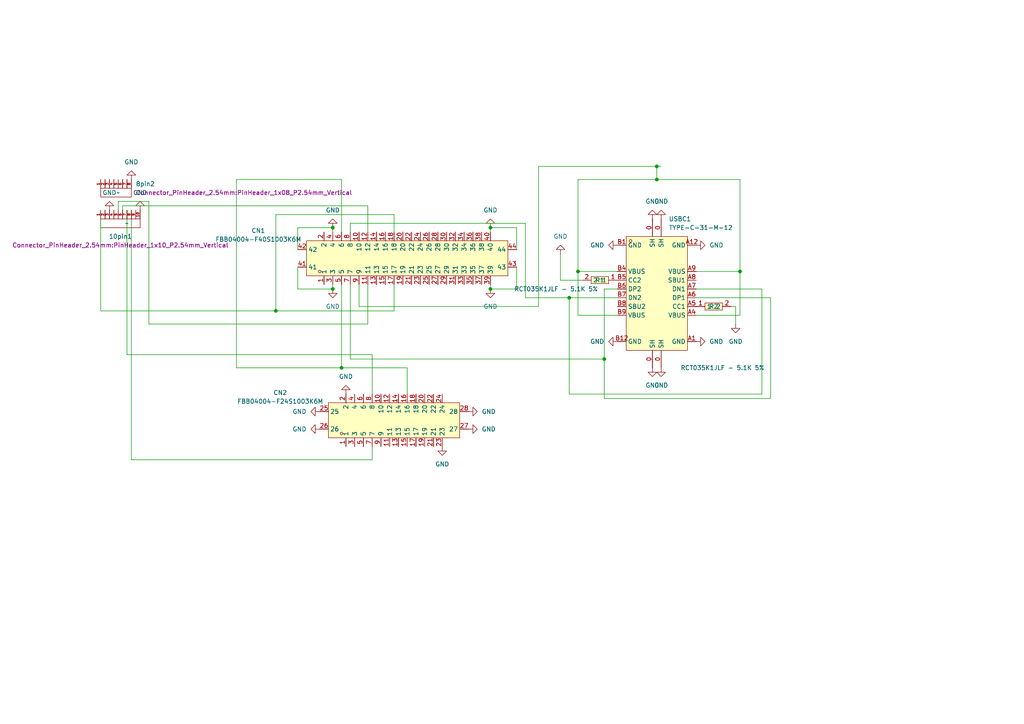
<source format=kicad_sch>
(kicad_sch (version 20230121) (generator eeschema)
  (paper "A4")
  (lib_symbols
    (symbol "MySTuff:10_pin_2.54_header"
      (property "Reference" "10pin" (at 0 0 0))
      (property "Footprint" "Connector_PinHeader_2.54mm:PinHeader_1x10_P2.54mm_Vertical" (at 2.54 -7.62 0))
      (symbol "10_pin_2.54_header_0_1"
        (rectangle (start -5.08 1.27) (end 6.35 -1.27))
      )
      (symbol "10_pin_2.54_header_1_1"
        (pin bidirectional line (at -5.08 3.81 270) (length 2.54) (name "") (number "1"))
        (pin bidirectional line (at 6.35 3.81 270) (length 2.54) (name "") (number "10"))
        (pin bidirectional line (at -3.81 3.81 270) (length 2.54) (name "") (number "2"))
        (pin bidirectional line (at -2.54 3.81 270) (length 2.54) (name "") (number "3"))
        (pin bidirectional line (at -1.27 3.81 270) (length 2.54) (name "") (number "4"))
        (pin bidirectional line (at 0 3.81 270) (length 2.54) (name "") (number "5"))
        (pin bidirectional line (at 1.27 3.81 270) (length 2.54) (name "") (number "6"))
        (pin bidirectional line (at 2.54 3.81 270) (length 2.54) (name "") (number "7"))
        (pin bidirectional line (at 3.81 3.81 270) (length 2.54) (name "") (number "8"))
        (pin bidirectional line (at 5.08 3.81 270) (length 2.54) (name "") (number "9"))
      )
    )
    (symbol "MySTuff:8_pin_2.54_header"
      (property "Reference" "8pin" (at 0 0 0))
      (property "Footprint" "Connector_PinHeader_2.54mm:PinHeader_1x08_P2.54mm_Vertical" (at 0 0 0))
      (symbol "8_pin_2.54_header_0_1"
        (rectangle (start -5.08 1.27) (end 3.81 -1.27))
      )
      (symbol "8_pin_2.54_header_1_1"
        (pin bidirectional line (at -5.08 3.81 270) (length 2.54) (name "") (number "1"))
        (pin bidirectional line (at -3.81 3.81 270) (length 2.54) (name "") (number "2"))
        (pin bidirectional line (at -2.54 3.81 270) (length 2.54) (name "") (number "3"))
        (pin bidirectional line (at -1.27 3.81 270) (length 2.54) (name "") (number "4"))
        (pin bidirectional line (at 0 3.81 270) (length 2.54) (name "") (number "5"))
        (pin bidirectional line (at 1.27 3.81 270) (length 2.54) (name "") (number "6"))
        (pin bidirectional line (at 2.54 3.81 270) (length 2.54) (name "") (number "7"))
        (pin bidirectional line (at 3.81 3.81 270) (length 2.54) (name "") (number "8"))
      )
    )
    (symbol "easyeda2kicad:FBB04004-F24S1003K6M"
      (property "Reference" "CN" (at 0 27.94 0))
      (property "Value" "FBB04004-F24S1003K6M" (at 0 -25.4 0))
      (symbol "FBB04004-F24S1003K6M_0_1"
        (rectangle (start -5.08 20.32) (end 5.08 -17.78) (fill (type background)))
        (circle (center -3.81 16.51) (radius 0.38))
        (pin unspecified line (at -7.62 15.24 0) (length 2.54) (name "1") (number "1"))
        (pin unspecified line (at 7.62 5.08 180) (length 2.54) (name "10") (number "10"))
        (pin unspecified line (at -7.62 2.54 0) (length 2.54) (name "11") (number "11"))
        (pin unspecified line (at 7.62 2.54 180) (length 2.54) (name "12") (number "12"))
        (pin unspecified line (at -7.62 0 0) (length 2.54) (name "13") (number "13"))
        (pin unspecified line (at 7.62 0 180) (length 2.54) (name "14") (number "14"))
        (pin unspecified line (at -7.62 -2.54 0) (length 2.54) (name "15") (number "15"))
        (pin unspecified line (at 7.62 -2.54 180) (length 2.54) (name "16") (number "16"))
        (pin unspecified line (at -7.62 -5.08 0) (length 2.54) (name "17") (number "17"))
        (pin unspecified line (at 7.62 -5.08 180) (length 2.54) (name "18") (number "18"))
        (pin unspecified line (at -7.62 -7.62 0) (length 2.54) (name "19") (number "19"))
        (pin unspecified line (at 7.62 15.24 180) (length 2.54) (name "2") (number "2"))
        (pin unspecified line (at 7.62 -7.62 180) (length 2.54) (name "20") (number "20"))
        (pin unspecified line (at -7.62 -10.16 0) (length 2.54) (name "21") (number "21"))
        (pin unspecified line (at 7.62 -10.16 180) (length 2.54) (name "22") (number "22"))
        (pin unspecified line (at -7.62 -12.7 0) (length 2.54) (name "23") (number "23"))
        (pin unspecified line (at 7.62 -12.7 180) (length 2.54) (name "24") (number "24"))
        (pin unspecified line (at 2.54 22.86 270) (length 2.54) (name "25") (number "25"))
        (pin unspecified line (at -2.54 22.86 270) (length 2.54) (name "26") (number "26"))
        (pin unspecified line (at -2.54 -20.32 90) (length 2.54) (name "27") (number "27"))
        (pin unspecified line (at 2.54 -20.32 90) (length 2.54) (name "28") (number "28"))
        (pin unspecified line (at -7.62 12.7 0) (length 2.54) (name "3") (number "3"))
        (pin unspecified line (at 7.62 12.7 180) (length 2.54) (name "4") (number "4"))
        (pin unspecified line (at -7.62 10.16 0) (length 2.54) (name "5") (number "5"))
        (pin unspecified line (at 7.62 10.16 180) (length 2.54) (name "6") (number "6"))
        (pin unspecified line (at -7.62 7.62 0) (length 2.54) (name "7") (number "7"))
        (pin unspecified line (at 7.62 7.62 180) (length 2.54) (name "8") (number "8"))
        (pin unspecified line (at -7.62 5.08 0) (length 2.54) (name "9") (number "9"))
      )
    )
    (symbol "easyeda2kicad:FBB04004-F40S1003K6M"
      (property "Reference" "CN" (at 0 38.1 0))
      (property "Value" "FBB04004-F40S1003K6M" (at 0 -35.56 0))
      (symbol "FBB04004-F40S1003K6M_0_1"
        (rectangle (start -5.08 30.48) (end 5.08 -27.94) (fill (type background)))
        (circle (center -3.81 26.67) (radius 0.38))
        (pin unspecified line (at -7.62 25.4 0) (length 2.54) (name "1") (number "1"))
        (pin unspecified line (at 7.62 15.24 180) (length 2.54) (name "10") (number "10"))
        (pin unspecified line (at -7.62 12.7 0) (length 2.54) (name "11") (number "11"))
        (pin unspecified line (at 7.62 12.7 180) (length 2.54) (name "12") (number "12"))
        (pin unspecified line (at -7.62 10.16 0) (length 2.54) (name "13") (number "13"))
        (pin unspecified line (at 7.62 10.16 180) (length 2.54) (name "14") (number "14"))
        (pin unspecified line (at -7.62 7.62 0) (length 2.54) (name "15") (number "15"))
        (pin unspecified line (at 7.62 7.62 180) (length 2.54) (name "16") (number "16"))
        (pin unspecified line (at -7.62 5.08 0) (length 2.54) (name "17") (number "17"))
        (pin unspecified line (at 7.62 5.08 180) (length 2.54) (name "18") (number "18"))
        (pin unspecified line (at -7.62 2.54 0) (length 2.54) (name "19") (number "19"))
        (pin unspecified line (at 7.62 25.4 180) (length 2.54) (name "2") (number "2"))
        (pin unspecified line (at 7.62 2.54 180) (length 2.54) (name "20") (number "20"))
        (pin unspecified line (at -7.62 0 0) (length 2.54) (name "21") (number "21"))
        (pin unspecified line (at 7.62 0 180) (length 2.54) (name "22") (number "22"))
        (pin unspecified line (at -7.62 -2.54 0) (length 2.54) (name "23") (number "23"))
        (pin unspecified line (at 7.62 -2.54 180) (length 2.54) (name "24") (number "24"))
        (pin unspecified line (at -7.62 -5.08 0) (length 2.54) (name "25") (number "25"))
        (pin unspecified line (at 7.62 -5.08 180) (length 2.54) (name "26") (number "26"))
        (pin unspecified line (at -7.62 -7.62 0) (length 2.54) (name "27") (number "27"))
        (pin unspecified line (at 7.62 -7.62 180) (length 2.54) (name "28") (number "28"))
        (pin unspecified line (at -7.62 -10.16 0) (length 2.54) (name "29") (number "29"))
        (pin unspecified line (at -7.62 22.86 0) (length 2.54) (name "3") (number "3"))
        (pin unspecified line (at 7.62 -10.16 180) (length 2.54) (name "30") (number "30"))
        (pin unspecified line (at -7.62 -12.7 0) (length 2.54) (name "31") (number "31"))
        (pin unspecified line (at 7.62 -12.7 180) (length 2.54) (name "32") (number "32"))
        (pin unspecified line (at -7.62 -15.24 0) (length 2.54) (name "33") (number "33"))
        (pin unspecified line (at 7.62 -15.24 180) (length 2.54) (name "34") (number "34"))
        (pin unspecified line (at -7.62 -17.78 0) (length 2.54) (name "35") (number "35"))
        (pin unspecified line (at 7.62 -17.78 180) (length 2.54) (name "36") (number "36"))
        (pin unspecified line (at -7.62 -20.32 0) (length 2.54) (name "37") (number "37"))
        (pin unspecified line (at 7.62 -20.32 180) (length 2.54) (name "38") (number "38"))
        (pin unspecified line (at -7.62 -22.86 0) (length 2.54) (name "39") (number "39"))
        (pin unspecified line (at 7.62 22.86 180) (length 2.54) (name "4") (number "4"))
        (pin unspecified line (at 7.62 -22.86 180) (length 2.54) (name "40") (number "40"))
        (pin unspecified line (at -2.54 33.02 270) (length 2.54) (name "41") (number "41"))
        (pin unspecified line (at 2.54 33.02 270) (length 2.54) (name "42") (number "42"))
        (pin unspecified line (at -2.54 -30.48 90) (length 2.54) (name "43") (number "43"))
        (pin unspecified line (at 2.54 -30.48 90) (length 2.54) (name "44") (number "44"))
        (pin unspecified line (at -7.62 20.32 0) (length 2.54) (name "5") (number "5"))
        (pin unspecified line (at 7.62 20.32 180) (length 2.54) (name "6") (number "6"))
        (pin unspecified line (at -7.62 17.78 0) (length 2.54) (name "7") (number "7"))
        (pin unspecified line (at 7.62 17.78 180) (length 2.54) (name "8") (number "8"))
        (pin unspecified line (at -7.62 15.24 0) (length 2.54) (name "9") (number "9"))
      )
    )
    (symbol "easyeda2kicad:RCT035K1JLF"
      (property "Reference" "R" (at 0 5.08 0))
      (property "Value" "RCT035K1JLF" (at 0 -5.08 0))
      (symbol "RCT035K1JLF_0_1"
        (rectangle (start -2.54 1.02) (end 2.54 -1.02) (fill (type background)))
        (pin unspecified line (at -5.08 0 0) (length 2.54) (name "1") (number "1"))
        (pin unspecified line (at 5.08 0 180) (length 2.54) (name "2") (number "2"))
      )
    )
    (symbol "easyeda2kicad:TYPE-C-31-M-12"
      (property "Reference" "USBC" (at 0 26.67 0))
      (property "Value" "TYPE-C-31-M-12" (at 0 -26.67 0))
      (symbol "TYPE-C-31-M-12_0_1"
        (rectangle (start -8.89 16.51) (end 8.89 -16.51) (fill (type background)))
        (circle (center -7.62 15.24) (radius 0.38))
        (pin unspecified line (at -1.27 -21.59 90) (length 5.08) (name "SH") (number "0"))
        (pin unspecified line (at -1.27 21.59 270) (length 5.08) (name "SH") (number "0"))
        (pin unspecified line (at 1.27 -21.59 90) (length 5.08) (name "SH") (number "0"))
        (pin unspecified line (at 1.27 21.59 270) (length 5.08) (name "SH") (number "0"))
        (pin unspecified line (at 11.43 -13.97 180) (length 2.54) (name "GND") (number "A1"))
        (pin unspecified line (at 11.43 13.97 180) (length 2.54) (name "GND") (number "A12"))
        (pin unspecified line (at 11.43 -6.35 180) (length 2.54) (name "VBUS") (number "A4"))
        (pin unspecified line (at 11.43 -3.81 180) (length 2.54) (name "CC1") (number "A5"))
        (pin unspecified line (at 11.43 -1.27 180) (length 2.54) (name "DP1") (number "A6"))
        (pin unspecified line (at 11.43 1.27 180) (length 2.54) (name "DN1") (number "A7"))
        (pin unspecified line (at 11.43 3.81 180) (length 2.54) (name "SBU1") (number "A8"))
        (pin unspecified line (at 11.43 6.35 180) (length 2.54) (name "VBUS") (number "A9"))
        (pin unspecified line (at -11.43 13.97 0) (length 2.54) (name "GND") (number "B1"))
        (pin unspecified line (at -11.43 -13.97 0) (length 2.54) (name "GND") (number "B12"))
        (pin unspecified line (at -11.43 6.35 0) (length 2.54) (name "VBUS") (number "B4"))
        (pin unspecified line (at -11.43 3.81 0) (length 2.54) (name "CC2") (number "B5"))
        (pin unspecified line (at -11.43 1.27 0) (length 2.54) (name "DP2") (number "B6"))
        (pin unspecified line (at -11.43 -1.27 0) (length 2.54) (name "DN2") (number "B7"))
        (pin unspecified line (at -11.43 -3.81 0) (length 2.54) (name "SBU2") (number "B8"))
        (pin unspecified line (at -11.43 -6.35 0) (length 2.54) (name "VBUS") (number "B9"))
      )
    )
    (symbol "power:GND" (power) (pin_names (offset 0))
      (property "Value" "GND" (at 0 -3.81 0))
      (symbol "GND_0_1"
        (polyline (pts (xy 0 0) (xy 0 -1.27) (xy 1.27 -1.27) (xy 0 -2.54) (xy -1.27 -1.27) (xy 0 -1.27)))
      )
      (symbol "GND_1_1"
        (pin power_in line (at 0 0 270) (length 0) hide (name "GND") (number "1"))
      )
    )
  )
  (junction (at 190.5 52.07))
  (junction (at 167.64 78.74))
  (junction (at 142.24 83.82))
  (junction (at 96.52 66.04))
  (junction (at 190.5 48.26))
  (junction (at 96.52 83.82))
  (junction (at 80.01 90.17))
  (junction (at 99.06 106.68))
  (junction (at 142.24 66.04))
  (junction (at 165.1 86.36))
  (junction (at 175.26 104.14))
  (junction (at 214.63 78.74))
  (wire (pts (xy 118.11 114.3) (xy 118.11 106.68)))
  (wire (pts (xy 179.07 83.82) (xy 175.26 83.82)))
  (wire (pts (xy 99.06 106.68) (xy 68.58 106.68)))
  (wire (pts (xy 168.91 81.28) (xy 162.56 81.28)))
  (wire (pts (xy 167.64 91.44) (xy 167.64 78.74)))
  (wire (pts (xy 96.52 66.04) (xy 96.52 67.31)))
  (wire (pts (xy 165.1 86.36) (xy 152.4 86.36)))
  (wire (pts (xy 86.36 72.39) (xy 86.36 66.04)))
  (wire (pts (xy 35.56 59.69) (xy 106.68 59.69)))
  (wire (pts (xy 175.26 104.14) (xy 175.26 115.57)))
  (wire (pts (xy 99.06 67.31) (xy 99.06 52.07)))
  (wire (pts (xy 165.1 114.3) (xy 220.98 114.3)))
  (wire (pts (xy 107.95 114.3) (xy 107.95 102.87)))
  (wire (pts (xy 114.3 62.23) (xy 114.3 67.31)))
  (wire (pts (xy 38.1 133.35) (xy 38.1 60.96)))
  (wire (pts (xy 190.5 52.07) (xy 190.5 48.26)))
  (wire (pts (xy 43.18 58.42) (xy 34.29 58.42)))
  (wire (pts (xy 220.98 83.82) (xy 201.93 83.82)))
  (wire (pts (xy 68.58 52.07) (xy 68.58 106.68)))
  (wire (pts (xy 43.18 93.98) (xy 43.18 58.42)))
  (wire (pts (xy 80.01 90.17) (xy 80.01 62.23)))
  (wire (pts (xy 179.07 91.44) (xy 167.64 91.44)))
  (wire (pts (xy 152.4 64.77) (xy 101.6 64.77)))
  (wire (pts (xy 86.36 66.04) (xy 96.52 66.04)))
  (wire (pts (xy 106.68 67.31) (xy 106.68 59.69)))
  (wire (pts (xy 190.5 48.26) (xy 191.77 48.26)))
  (wire (pts (xy 156.21 48.26) (xy 156.21 88.9)))
  (wire (pts (xy 107.95 102.87) (xy 36.83 102.87)))
  (wire (pts (xy 162.56 81.28) (xy 162.56 73.66)))
  (wire (pts (xy 34.29 58.42) (xy 34.29 60.96)))
  (wire (pts (xy 212.09 88.9) (xy 213.36 88.9)))
  (wire (pts (xy 156.21 88.9) (xy 104.14 88.9)))
  (wire (pts (xy 190.5 48.26) (xy 156.21 48.26)))
  (wire (pts (xy 101.6 64.77) (xy 101.6 67.31)))
  (wire (pts (xy 80.01 62.23) (xy 114.3 62.23)))
  (wire (pts (xy 149.86 66.04) (xy 142.24 66.04)))
  (wire (pts (xy 86.36 77.47) (xy 86.36 83.82)))
  (wire (pts (xy 99.06 52.07) (xy 68.58 52.07)))
  (wire (pts (xy 142.24 66.04) (xy 142.24 67.31)))
  (wire (pts (xy 167.64 78.74) (xy 167.64 52.07)))
  (wire (pts (xy 106.68 82.55) (xy 106.68 93.98)))
  (wire (pts (xy 175.26 83.82) (xy 175.26 104.14)))
  (wire (pts (xy 96.52 83.82) (xy 96.52 82.55)))
  (wire (pts (xy 101.6 104.14) (xy 101.6 82.55)))
  (wire (pts (xy 80.01 90.17) (xy 114.3 90.17)))
  (wire (pts (xy 190.5 52.07) (xy 214.63 52.07)))
  (wire (pts (xy 114.3 90.17) (xy 114.3 82.55)))
  (wire (pts (xy 201.93 78.74) (xy 214.63 78.74)))
  (wire (pts (xy 214.63 78.74) (xy 214.63 52.07)))
  (wire (pts (xy 107.95 133.35) (xy 38.1 133.35)))
  (wire (pts (xy 213.36 88.9) (xy 213.36 93.98)))
  (wire (pts (xy 175.26 104.14) (xy 101.6 104.14)))
  (wire (pts (xy 220.98 114.3) (xy 220.98 83.82)))
  (wire (pts (xy 149.86 72.39) (xy 149.86 66.04)))
  (wire (pts (xy 223.52 86.36) (xy 201.93 86.36)))
  (wire (pts (xy 118.11 106.68) (xy 99.06 106.68)))
  (wire (pts (xy 167.64 52.07) (xy 190.5 52.07)))
  (wire (pts (xy 106.68 93.98) (xy 43.18 93.98)))
  (wire (pts (xy 149.86 77.47) (xy 149.86 83.82)))
  (wire (pts (xy 107.95 129.54) (xy 107.95 133.35)))
  (wire (pts (xy 99.06 82.55) (xy 99.06 106.68)))
  (wire (pts (xy 29.21 90.17) (xy 80.01 90.17)))
  (wire (pts (xy 152.4 86.36) (xy 152.4 64.77)))
  (wire (pts (xy 35.56 60.96) (xy 35.56 59.69)))
  (wire (pts (xy 223.52 115.57) (xy 223.52 86.36)))
  (wire (pts (xy 104.14 88.9) (xy 104.14 82.55)))
  (wire (pts (xy 179.07 78.74) (xy 167.64 78.74)))
  (wire (pts (xy 29.21 60.96) (xy 29.21 90.17)))
  (wire (pts (xy 214.63 91.44) (xy 214.63 78.74)))
  (wire (pts (xy 149.86 83.82) (xy 142.24 83.82)))
  (wire (pts (xy 86.36 83.82) (xy 96.52 83.82)))
  (wire (pts (xy 165.1 86.36) (xy 165.1 114.3)))
  (wire (pts (xy 201.93 91.44) (xy 214.63 91.44)))
  (wire (pts (xy 179.07 86.36) (xy 165.1 86.36)))
  (wire (pts (xy 175.26 115.57) (xy 223.52 115.57)))
  (wire (pts (xy 36.83 102.87) (xy 36.83 60.96)))
  (wire (pts (xy 142.24 83.82) (xy 142.24 82.55)))
  (symbol (lib_id "power:GND") (at 135.89 124.46 90) (unit 1)
    (property "Reference" "#PWR020" (effects hide))
    (property "Value" "GND" (at 139.7 124.46 90) (effects (justify right)))
  )
  (symbol (lib_id "power:GND") (at 96.52 66.04 180) (unit 1)
    (property "Reference" "#PWR015" (effects hide))
    (property "Value" "GND" (at 96.52 60.96 0))
  )
  (symbol (lib_id "power:GND") (at 142.24 83.82 0) (unit 1)
    (property "Reference" "#PWR017" (effects hide))
    (property "Value" "GND" (at 142.24 88.9 0))
  )
  (symbol (lib_id "power:GND") (at 191.77 106.68 0) (unit 1)
    (property "Reference" "#PWR07" (effects hide))
    (property "Value" "GND" (at 191.77 111.76 0))
  )
  (symbol (lib_id "power:GND") (at 201.93 71.12 90) (unit 1)
    (property "Reference" "#PWR013" (effects hide))
    (property "Value" "GND" (at 205.74 71.12 90) (effects (justify right)))
  )
  (symbol (lib_id "power:GND") (at 31.75 60.96 180) (unit 1)
    (property "Reference" "#PWR05" (effects hide))
    (property "Value" "GND" (at 31.75 55.88 0))
  )
  (symbol (lib_id "power:GND") (at 162.56 73.66 180) (unit 1)
    (property "Reference" "#PWR02" (effects hide))
    (property "Value" "GND" (at 162.56 68.58 0))
  )
  (symbol (lib_id "power:GND") (at 142.24 66.04 180) (unit 1)
    (property "Reference" "#PWR016" (effects hide))
    (property "Value" "GND" (at 142.24 60.96 0))
  )
  (symbol (lib_id "MySTuff:10_pin_2.54_header") (at 34.29 64.77 0) (unit 1)
    (property "Reference" "10pin1" (at 34.925 68.58 0))
    (property "Value" "~" (at 36.83 64.77 0))
    (property "Footprint" "Connector_PinHeader_2.54mm:PinHeader_1x10_P2.54mm_Vertical" (at 34.925 71.12 0))
  )
  (symbol (lib_id "easyeda2kicad:RCT035K1JLF") (at 173.99 81.28 180) (unit 1)
    (property "Reference" "R1" (at 173.99 81.28 0))
    (property "Value" "RCT035K1JLF - 5.1K 5%" (at 161.29 83.82 0))
    (property "Footprint" "easyeda2kicad:R0603" (effects hide))
    (property "Datasheet" "https://lcsc.com/product-detail/Chip-Resistor-Surface-Mount_5-1KR-512-5_C177348.html" (effects hide))
    (property "LCSC Part" "C177348" (effects hide))
  )
  (symbol (lib_id "power:GND") (at 201.93 99.06 90) (unit 1)
    (property "Reference" "#PWR010" (effects hide))
    (property "Value" "GND" (at 205.7143 99.06 90) (effects (justify right)))
  )
  (symbol (lib_id "easyeda2kicad:RCT035K1JLF") (at 207.01 88.9 0) (unit 1)
    (property "Reference" "R2" (at 207.01 88.9 0))
    (property "Value" "RCT035K1JLF - 5.1K 5%" (at 209.55 106.68 0))
    (property "Footprint" "easyeda2kicad:R0603" (effects hide))
    (property "Datasheet" "https://lcsc.com/product-detail/Chip-Resistor-Surface-Mount_5-1KR-512-5_C177348.html" (effects hide))
    (property "LCSC Part" "C177348" (effects hide))
  )
  (symbol (lib_id "power:GND") (at 40.64 60.96 180) (unit 1)
    (property "Reference" "#PWR04" (effects hide))
    (property "Value" "GND" (at 40.64 55.88 0))
  )
  (symbol (lib_id "power:GND") (at 213.36 93.98 0) (unit 1)
    (property "Reference" "#PWR01" (effects hide))
    (property "Value" "GND" (at 213.36 99.06 0))
  )
  (symbol (lib_id "power:GND") (at 179.07 71.12 270) (unit 1)
    (property "Reference" "#PWR012" (effects hide))
    (property "Value" "GND" (at 175.26 71.12 90) (effects (justify right)))
  )
  (symbol (lib_id "power:GND") (at 96.52 83.82 0) (unit 1)
    (property "Reference" "#PWR014" (effects hide))
    (property "Value" "GND" (at 96.52 88.9 0))
  )
  (symbol (lib_id "power:GND") (at 189.23 106.68 0) (unit 1)
    (property "Reference" "#PWR06" (effects hide))
    (property "Value" "GND" (at 189.23 111.76 0))
  )
  (symbol (lib_id "MySTuff:8_pin_2.54_header") (at 34.29 55.88 0) (unit 1)
    (property "Reference" "8pin2" (at 39.37 53.34 0) (effects (justify left)))
    (property "Value" "~" (at 34.29 55.88 0))
    (property "Footprint" "Connector_PinHeader_2.54mm:PinHeader_1x08_P2.54mm_Vertical" (at 39.37 55.88 0) (effects (justify left)))
  )
  (symbol (lib_id "power:GND") (at 179.07 99.06 270) (unit 1)
    (property "Reference" "#PWR011" (effects hide))
    (property "Value" "GND" (at 175.26 99.06 90) (effects (justify right)))
  )
  (symbol (lib_id "easyeda2kicad:FBB04004-F40S1003K6M") (at 119.38 74.93 90) (unit 1)
    (property "Reference" "CN1" (at 74.93 66.8939 90))
    (property "Value" "FBB04004-F40S1003K6M" (at 74.93 69.4339 90))
    (property "Footprint" "easyeda2kicad:CONN-SMD_FBB04004-F40S1003K6M" (effects hide))
    (property "Datasheet" "https://lcsc.com/product-detail/Mezzanine-Connectors-Board-to-Board_TXGA-FBB04004-F40S1003K6M_C691131.html" (effects hide))
    (property "LCSC Part" "C691131" (effects hide))
  )
  (symbol (lib_id "power:GND") (at 135.89 119.38 90) (unit 1)
    (property "Reference" "#PWR021" (effects hide))
    (property "Value" "GND" (at 139.7 119.38 90) (effects (justify right)))
  )
  (symbol (lib_id "easyeda2kicad:FBB04004-F24S1003K6M") (at 115.57 121.92 90) (unit 1)
    (property "Reference" "CN2" (at 81.28 113.8839 90))
    (property "Value" "FBB04004-F24S1003K6M" (at 81.28 116.4239 90))
    (property "Footprint" "easyeda2kicad:CONN-SMD_FBB04004-F24S1003K6M" (effects hide))
    (property "Datasheet" "https://lcsc.com/product-detail/Mezzanine-Connectors-Board-to-Board_TXGA-FBB04004-F24S1003K6M_C691129.html" (effects hide))
    (property "LCSC Part" "C691129" (effects hide))
  )
  (symbol (lib_id "easyeda2kicad:TYPE-C-31-M-12") (at 190.5 85.09 0) (unit 1)
    (property "Reference" "USBC1" (at 193.9641 63.5 0) (effects (justify left)))
    (property "Value" "TYPE-C-31-M-12" (at 193.9641 66.04 0) (effects (justify left)))
    (property "Footprint" "easyeda2kicad:USB-C_SMD-TYPE-C-31-M-12" (effects hide))
    (property "Datasheet" "https://lcsc.com/product-detail/USB-Type-C_Korean-Hroparts-Elec-TYPE-C-31-M-12_C165948.html" (effects hide))
    (property "LCSC Part" "C165948" (effects hide))
  )
  (symbol (lib_id "power:GND") (at 38.1 52.07 180) (unit 1)
    (property "Reference" "#PWR03" (effects hide))
    (property "Value" "GND" (at 38.1 46.99 0))
  )
  (symbol (lib_id "power:GND") (at 100.33 114.3 180) (unit 1)
    (property "Reference" "#PWR018" (effects hide))
    (property "Value" "GND" (at 100.33 109.22 0))
  )
  (symbol (lib_id "power:GND") (at 189.23 63.5 180) (unit 1)
    (property "Reference" "#PWR08" (effects hide))
    (property "Value" "GND" (at 189.23 58.42 0))
  )
  (symbol (lib_id "power:GND") (at 191.77 63.5 180) (unit 1)
    (property "Reference" "#PWR09" (effects hide))
    (property "Value" "GND" (at 191.77 58.42 0))
  )
  (symbol (lib_id "power:GND") (at 128.27 129.54 0) (unit 1)
    (property "Reference" "#PWR019" (effects hide))
    (property "Value" "GND" (at 128.27 134.62 0))
  )
  (symbol (lib_id "power:GND") (at 92.71 124.46 270) (unit 1)
    (property "Reference" "#PWR023" (effects hide))
    (property "Value" "GND" (at 88.9 124.46 90) (effects (justify right)))
  )
  (symbol (lib_id "power:GND") (at 92.71 119.38 270) (unit 1)
    (property "Reference" "#PWR022" (effects hide))
    (property "Value" "GND" (at 88.9 119.38 90) (effects (justify right)))
  )
)
</source>
